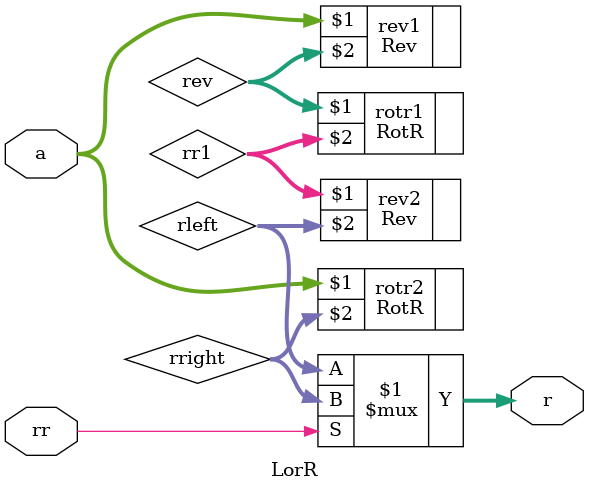
<source format=v>

`timescale 1ns / 1ps

module LorR( input [7:0] a, input rr, output [7:0] r );

	wire [7:0] rev, rr1, rleft, rright;
	
	assign r = rr ? rright : rleft;	// Last step.

	RotR rotr2( a, rright );	// Parellel to 1 - 3
	Rev rev2( rr1, rleft );			// Step 3
	RotR rotr1( rev, rr1 );			// Step 2
	Rev rev1( a, rev );			// Step 1

endmodule

</source>
